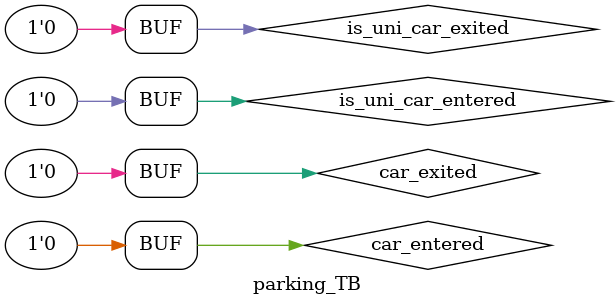
<source format=v>
module parking_TB ();

reg car_entered = 0;
reg is_uni_car_entered = 0;
reg car_exited = 0;
reg is_uni_car_exited = 0;
reg [5:0] current_hour;

wire [9:0] uni_parked_car;
wire [9:0] parked_car;
wire [9:0] uni_vacated_space;
wire [9:0] vacated_space;
wire uni_is_vacated_space;
wire is_vacated_space;

parking #(8, 3, 1) parking1 (car_entered, is_uni_car_entered, car_exited, is_uni_car_exited, current_hour, uni_parked_car, 
                  parked_car, uni_vacated_space, vacated_space, uni_is_vacated_space, is_vacated_space);

initial begin
    // write operations here
end

task uni_car_enter;
    begin
        $display("uni car enter:");
        car_entered = 1;
        is_uni_car_entered = 1;
        current_hour = ($time/60)%24;
        #10 $display("%02d:%02d -- uni parked_car: %d     parked_car: %d     uni vacated_space: %d     vacated space: %d     uni is vacated space: %d     is vacated space: %d\n", (($time-10)/60)%24, ($time-10)%60, uni_parked_car, parked_car, uni_vacated_space, vacated_space, uni_is_vacated_space, is_vacated_space);
        car_entered = 0;
        is_uni_car_entered = 0;
    end
endtask

task non_uni_car_enter;
    begin
        $display("non uni car enter:");
        car_entered = 1;
        is_uni_car_entered = 0;
        current_hour = ($time/60)%24;
        #10 $display("%02d:%02d -- uni parked_car: %d     parked_car: %d     uni vacated_space: %d     vacated space: %d     uni is vacated space: %d     is vacated space: %d\n", (($time-10)/60)%24, ($time-10)%60, uni_parked_car, parked_car, uni_vacated_space, vacated_space, uni_is_vacated_space, is_vacated_space);
        car_entered = 0;
    end
endtask

task uni_car_exit;
    begin
        $display("uni car exit:");
        car_exited = 1;
        is_uni_car_exited = 1;
        current_hour = ($time/60)%24;
        #10 $display("%02d:%02d -- uni parked_car: %d     parked_car: %d     uni vacated_space: %d     vacated space: %d     uni is vacated space: %d     is vacated space: %d\n", (($time-10)/60)%24, ($time-10)%60, uni_parked_car, parked_car, uni_vacated_space, vacated_space, uni_is_vacated_space, is_vacated_space);
        car_exited = 0;
        is_uni_car_exited = 0;
    end
endtask

task non_uni_car_exit;
    begin
        $display("non uni car exit:");
        car_exited = 1;
        is_uni_car_exited = 0;
        current_hour = ($time/60)%24;
        #10 $display("%02d:%02d -- uni parked_car: %d     parked_car: %d     uni vacated_space: %d     vacated space: %d     uni is vacated space: %d     is vacated space: %d\n", (($time-10)/60)%24, ($time-10)%60, uni_parked_car, parked_car, uni_vacated_space, vacated_space, uni_is_vacated_space, is_vacated_space);
        car_exited = 0;
    end
endtask

endmodule

</source>
